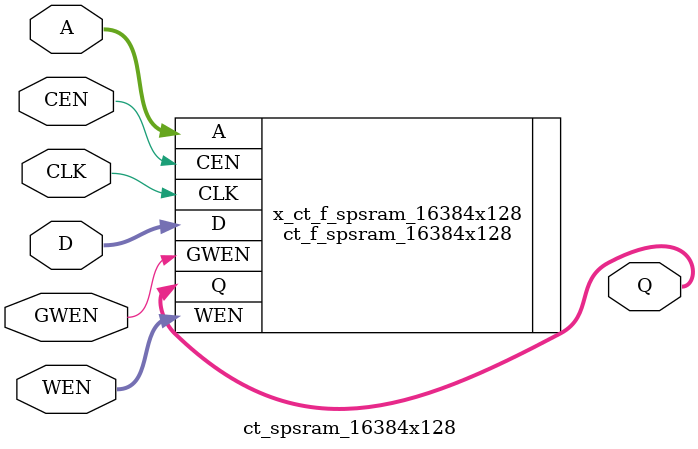
<source format=v>
/*Copyright 2019-2021 T-Head Semiconductor Co., Ltd.

Licensed under the Apache License, Version 2.0 (the "License");
you may not use this file except in compliance with the License.
You may obtain a copy of the License at

    http://www.apache.org/licenses/LICENSE-2.0

Unless required by applicable law or agreed to in writing, software
distributed under the License is distributed on an "AS IS" BASIS,
WITHOUT WARRANTIES OR CONDITIONS OF ANY KIND, either express or implied.
See the License for the specific language governing permissions and
limitations under the License.
*/

// &ModuleBeg; @22
module ct_spsram_16384x128(
  A,
  CEN,
  CLK,
  D,
  GWEN,
  Q,
  WEN
);

// &Ports; @23
input   [13 :0]  A;   
input            CEN; 
input            CLK; 
input   [127:0]  D;   
input            GWEN; 
input   [127:0]  WEN; 
output  [127:0]  Q;   

// &Regs; @24

// &Wires; @25
wire    [13 :0]  A;   
wire             CEN; 
wire             CLK; 
wire    [127:0]  D;   
wire             GWEN; 
wire    [127:0]  Q;   
wire    [127:0]  WEN; 


//**********************************************************
//                  Parameter Definition
//**********************************************************
parameter ADDR_WIDTH = 14;
parameter DATA_WIDTH = 128;
parameter WE_WIDTH   = 128;

// &Force("bus","Q",DATA_WIDTH-1,0); @34
// &Force("bus","WEN",WE_WIDTH-1,0); @35
// &Force("bus","A",ADDR_WIDTH-1,0); @36
// &Force("bus","D",DATA_WIDTH-1,0); @37

  //********************************************************
  //*                        FPGA memory                   *
  //********************************************************
//   &Instance("ct_f_spsram_16384x128"); @43
ct_f_spsram_16384x128  x_ct_f_spsram_16384x128 (
  .A    (A   ),
  .CEN  (CEN ),
  .CLK  (CLK ),
  .D    (D   ),
  .GWEN (GWEN),
  .Q    (Q   ),
  .WEN  (WEN )
);

//   &Instance("ct_tsmc_spsram_16384x128"); @49

// &ModuleEnd; @65
endmodule



</source>
